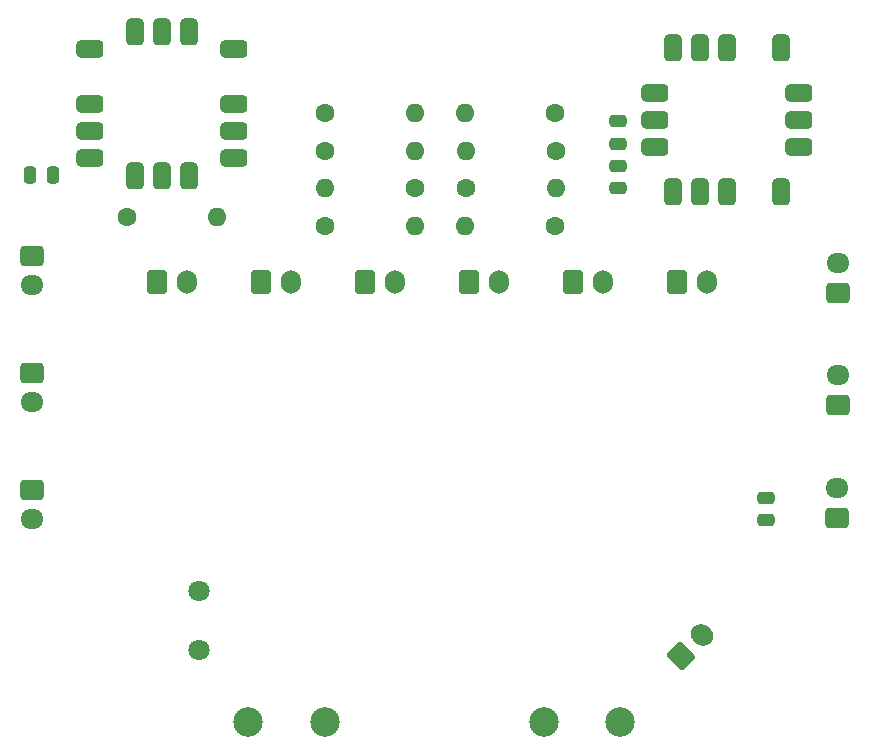
<source format=gbr>
%TF.GenerationSoftware,KiCad,Pcbnew,7.0.5*%
%TF.CreationDate,2024-07-07T22:05:08+09:00*%
%TF.ProjectId,dengen,64656e67-656e-42e6-9b69-6361645f7063,rev?*%
%TF.SameCoordinates,Original*%
%TF.FileFunction,Soldermask,Top*%
%TF.FilePolarity,Negative*%
%FSLAX46Y46*%
G04 Gerber Fmt 4.6, Leading zero omitted, Abs format (unit mm)*
G04 Created by KiCad (PCBNEW 7.0.5) date 2024-07-07 22:05:08*
%MOMM*%
%LPD*%
G01*
G04 APERTURE LIST*
G04 Aperture macros list*
%AMRoundRect*
0 Rectangle with rounded corners*
0 $1 Rounding radius*
0 $2 $3 $4 $5 $6 $7 $8 $9 X,Y pos of 4 corners*
0 Add a 4 corners polygon primitive as box body*
4,1,4,$2,$3,$4,$5,$6,$7,$8,$9,$2,$3,0*
0 Add four circle primitives for the rounded corners*
1,1,$1+$1,$2,$3*
1,1,$1+$1,$4,$5*
1,1,$1+$1,$6,$7*
1,1,$1+$1,$8,$9*
0 Add four rect primitives between the rounded corners*
20,1,$1+$1,$2,$3,$4,$5,0*
20,1,$1+$1,$4,$5,$6,$7,0*
20,1,$1+$1,$6,$7,$8,$9,0*
20,1,$1+$1,$8,$9,$2,$3,0*%
%AMHorizOval*
0 Thick line with rounded ends*
0 $1 width*
0 $2 $3 position (X,Y) of the first rounded end (center of the circle)*
0 $4 $5 position (X,Y) of the second rounded end (center of the circle)*
0 Add line between two ends*
20,1,$1,$2,$3,$4,$5,0*
0 Add two circle primitives to create the rounded ends*
1,1,$1,$2,$3*
1,1,$1,$4,$5*%
G04 Aperture macros list end*
%ADD10C,1.600000*%
%ADD11O,1.600000X1.600000*%
%ADD12C,2.500000*%
%ADD13RoundRect,0.250000X-0.475000X0.250000X-0.475000X-0.250000X0.475000X-0.250000X0.475000X0.250000X0*%
%ADD14RoundRect,0.250000X-0.250000X-0.475000X0.250000X-0.475000X0.250000X0.475000X-0.250000X0.475000X0*%
%ADD15RoundRect,0.250000X-0.600000X-0.750000X0.600000X-0.750000X0.600000X0.750000X-0.600000X0.750000X0*%
%ADD16O,1.700000X2.000000*%
%ADD17RoundRect,0.381000X0.381000X-0.762000X0.381000X0.762000X-0.381000X0.762000X-0.381000X-0.762000X0*%
%ADD18RoundRect,0.381000X-0.762000X-0.381000X0.762000X-0.381000X0.762000X0.381000X-0.762000X0.381000X0*%
%ADD19RoundRect,0.381000X0.762000X0.381000X-0.762000X0.381000X-0.762000X-0.381000X0.762000X-0.381000X0*%
%ADD20RoundRect,0.250000X0.475000X-0.250000X0.475000X0.250000X-0.475000X0.250000X-0.475000X-0.250000X0*%
%ADD21RoundRect,0.250000X-0.725000X0.600000X-0.725000X-0.600000X0.725000X-0.600000X0.725000X0.600000X0*%
%ADD22O,1.950000X1.700000*%
%ADD23RoundRect,0.250000X0.725000X-0.600000X0.725000X0.600000X-0.725000X0.600000X-0.725000X-0.600000X0*%
%ADD24C,1.800000*%
%ADD25RoundRect,0.250000X0.106066X-0.954594X0.954594X-0.106066X-0.106066X0.954594X-0.954594X0.106066X0*%
%ADD26HorizOval,1.700000X-0.106066X0.106066X0.106066X-0.106066X0*%
%ADD27RoundRect,0.381000X-0.381000X0.762000X-0.381000X-0.762000X0.381000X-0.762000X0.381000X0.762000X0*%
G04 APERTURE END LIST*
D10*
%TO.C,R9*%
X160700000Y-90500000D03*
D11*
X153080000Y-90500000D03*
%TD*%
D12*
%TO.C,Fuse*%
X134700000Y-132500000D03*
X141200000Y-132500000D03*
X159700000Y-132500000D03*
X166200000Y-132500000D03*
%TD*%
D13*
%TO.C,C2*%
X166000000Y-85400000D03*
X166000000Y-87300000D03*
%TD*%
D14*
%TO.C,C1*%
X116250000Y-86200000D03*
X118150000Y-86200000D03*
%TD*%
D15*
%TO.C,3.3V2*%
X171000000Y-95200000D03*
D16*
X173500000Y-95200000D03*
%TD*%
D17*
%TO.C,U2*%
X175200000Y-75400000D03*
X179780000Y-75400000D03*
D18*
X181300000Y-79210000D03*
X181300000Y-81500000D03*
X181300000Y-83790000D03*
D17*
X179780000Y-87600000D03*
X175200000Y-87600000D03*
X170620000Y-87600000D03*
D19*
X169100000Y-81500000D03*
X169100000Y-79210000D03*
D17*
X170620000Y-75400000D03*
X172910000Y-75400000D03*
X172910000Y-87600000D03*
D19*
X169100000Y-83790000D03*
%TD*%
D15*
%TO.C,5V2*%
X144600000Y-95200000D03*
D16*
X147100000Y-95200000D03*
%TD*%
D20*
%TO.C,C4*%
X166000000Y-83500000D03*
X166000000Y-81600000D03*
%TD*%
D10*
%TO.C,R3*%
X141190000Y-80900000D03*
D11*
X148810000Y-80900000D03*
%TD*%
D13*
%TO.C,C5*%
X178500000Y-113500000D03*
X178500000Y-115400000D03*
%TD*%
D21*
%TO.C,12V3*%
X116400000Y-93000000D03*
D22*
X116400000Y-95500000D03*
%TD*%
D23*
%TO.C,Vin2*%
X184500000Y-115200000D03*
D22*
X184500000Y-112700000D03*
%TD*%
D23*
%TO.C,ON/OFF2*%
X184600000Y-105600000D03*
D22*
X184600000Y-103100000D03*
%TD*%
D15*
%TO.C,5V1*%
X135800000Y-95200000D03*
D16*
X138300000Y-95200000D03*
%TD*%
D10*
%TO.C,R10*%
X148800000Y-87300000D03*
D11*
X141180000Y-87300000D03*
%TD*%
D15*
%TO.C,5V3*%
X153400000Y-95200000D03*
D16*
X155900000Y-95200000D03*
%TD*%
D10*
%TO.C,R4*%
X153090000Y-87300000D03*
D11*
X160710000Y-87300000D03*
%TD*%
D10*
%TO.C,R12*%
X160700000Y-80900000D03*
D11*
X153080000Y-80900000D03*
%TD*%
D24*
%TO.C,C3*%
X130500000Y-121400000D03*
X130500000Y-126400000D03*
%TD*%
D10*
%TO.C,R1*%
X124390000Y-89700000D03*
D11*
X132010000Y-89700000D03*
%TD*%
D10*
%TO.C,R2*%
X141180000Y-84100000D03*
D11*
X148800000Y-84100000D03*
%TD*%
D10*
%TO.C,R8*%
X141180000Y-90500000D03*
D11*
X148800000Y-90500000D03*
%TD*%
D10*
%TO.C,R5*%
X160710000Y-84100000D03*
D11*
X153090000Y-84100000D03*
%TD*%
D25*
%TO.C,Voltmeter*%
X171307969Y-126875736D03*
D26*
X173075736Y-125107969D03*
%TD*%
D19*
%TO.C,U1*%
X121300000Y-80120000D03*
X121300000Y-75540000D03*
D17*
X125110000Y-74020000D03*
X127400000Y-74020000D03*
X129690000Y-74020000D03*
D19*
X133500000Y-75540000D03*
X133500000Y-80120000D03*
X133500000Y-84700000D03*
D27*
X127400000Y-86220000D03*
X125110000Y-86220000D03*
D19*
X121300000Y-84700000D03*
X121300000Y-82410000D03*
X133500000Y-82410000D03*
D27*
X129690000Y-86220000D03*
%TD*%
D23*
%TO.C,ON/OFF1*%
X184600000Y-96150000D03*
D22*
X184600000Y-93650000D03*
%TD*%
D21*
%TO.C,Vin1*%
X116400000Y-112800000D03*
D22*
X116400000Y-115300000D03*
%TD*%
D15*
%TO.C,3.3V1*%
X162200000Y-95200000D03*
D16*
X164700000Y-95200000D03*
%TD*%
D15*
%TO.C,12V1*%
X127000000Y-95200000D03*
D16*
X129500000Y-95200000D03*
%TD*%
D21*
%TO.C,12V2*%
X116400000Y-102900000D03*
D22*
X116400000Y-105400000D03*
%TD*%
M02*

</source>
